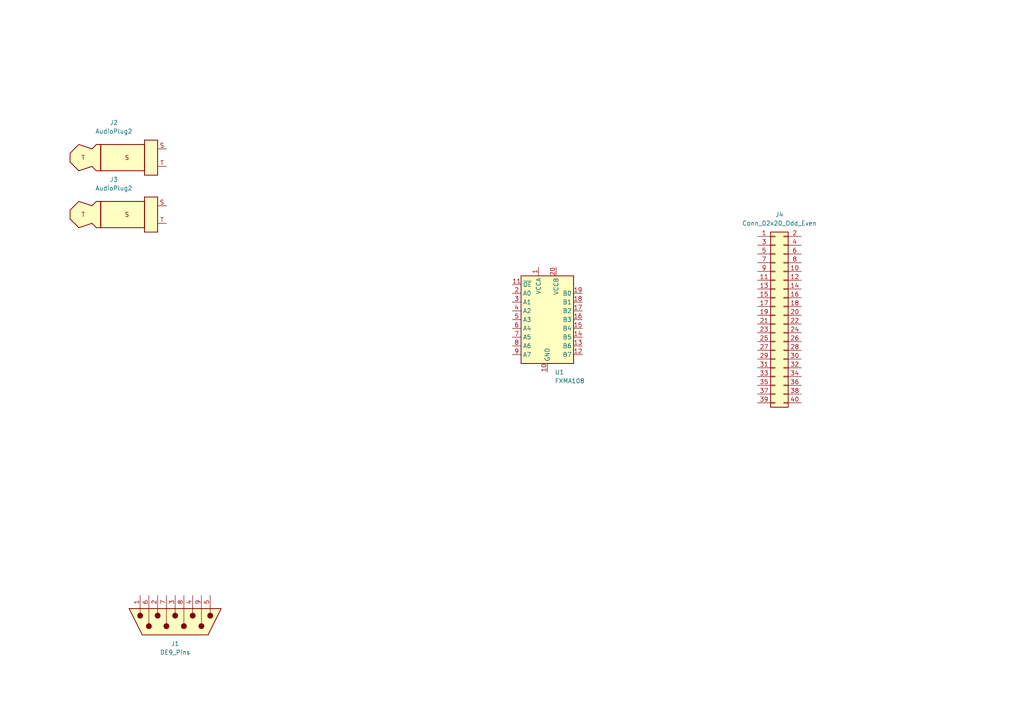
<source format=kicad_sch>
(kicad_sch
	(version 20250114)
	(generator "eeschema")
	(generator_version "9.0")
	(uuid "40ecae4a-9f74-4a46-908b-7b696c7e44ac")
	(paper "A4")
	(lib_symbols
		(symbol "Connector:DE9_Pins"
			(pin_names
				(offset 1.016)
				(hide yes)
			)
			(exclude_from_sim no)
			(in_bom yes)
			(on_board yes)
			(property "Reference" "J"
				(at 0 13.97 0)
				(effects
					(font
						(size 1.27 1.27)
					)
				)
			)
			(property "Value" "DE9_Pins"
				(at 0 -14.605 0)
				(effects
					(font
						(size 1.27 1.27)
					)
				)
			)
			(property "Footprint" ""
				(at 0 0 0)
				(effects
					(font
						(size 1.27 1.27)
					)
					(hide yes)
				)
			)
			(property "Datasheet" "~"
				(at 0 0 0)
				(effects
					(font
						(size 1.27 1.27)
					)
					(hide yes)
				)
			)
			(property "Description" "9-pin D-SUB connector, pins (male)"
				(at 0 0 0)
				(effects
					(font
						(size 1.27 1.27)
					)
					(hide yes)
				)
			)
			(property "ki_keywords" "DSUB DB9"
				(at 0 0 0)
				(effects
					(font
						(size 1.27 1.27)
					)
					(hide yes)
				)
			)
			(property "ki_fp_filters" "DSUB*Pins*"
				(at 0 0 0)
				(effects
					(font
						(size 1.27 1.27)
					)
					(hide yes)
				)
			)
			(symbol "DE9_Pins_0_1"
				(polyline
					(pts
						(xy -3.81 10.16) (xy -2.54 10.16)
					)
					(stroke
						(width 0)
						(type default)
					)
					(fill
						(type none)
					)
				)
				(polyline
					(pts
						(xy -3.81 7.62) (xy 0.508 7.62)
					)
					(stroke
						(width 0)
						(type default)
					)
					(fill
						(type none)
					)
				)
				(polyline
					(pts
						(xy -3.81 5.08) (xy -2.54 5.08)
					)
					(stroke
						(width 0)
						(type default)
					)
					(fill
						(type none)
					)
				)
				(polyline
					(pts
						(xy -3.81 2.54) (xy 0.508 2.54)
					)
					(stroke
						(width 0)
						(type default)
					)
					(fill
						(type none)
					)
				)
				(polyline
					(pts
						(xy -3.81 0) (xy -2.54 0)
					)
					(stroke
						(width 0)
						(type default)
					)
					(fill
						(type none)
					)
				)
				(polyline
					(pts
						(xy -3.81 -2.54) (xy 0.508 -2.54)
					)
					(stroke
						(width 0)
						(type default)
					)
					(fill
						(type none)
					)
				)
				(polyline
					(pts
						(xy -3.81 -5.08) (xy -2.54 -5.08)
					)
					(stroke
						(width 0)
						(type default)
					)
					(fill
						(type none)
					)
				)
				(polyline
					(pts
						(xy -3.81 -7.62) (xy 0.508 -7.62)
					)
					(stroke
						(width 0)
						(type default)
					)
					(fill
						(type none)
					)
				)
				(polyline
					(pts
						(xy -3.81 -10.16) (xy -2.54 -10.16)
					)
					(stroke
						(width 0)
						(type default)
					)
					(fill
						(type none)
					)
				)
				(polyline
					(pts
						(xy -3.81 -13.335) (xy -3.81 13.335) (xy 3.81 9.525) (xy 3.81 -9.525) (xy -3.81 -13.335)
					)
					(stroke
						(width 0.254)
						(type default)
					)
					(fill
						(type background)
					)
				)
				(circle
					(center -1.778 10.16)
					(radius 0.762)
					(stroke
						(width 0)
						(type default)
					)
					(fill
						(type outline)
					)
				)
				(circle
					(center -1.778 5.08)
					(radius 0.762)
					(stroke
						(width 0)
						(type default)
					)
					(fill
						(type outline)
					)
				)
				(circle
					(center -1.778 0)
					(radius 0.762)
					(stroke
						(width 0)
						(type default)
					)
					(fill
						(type outline)
					)
				)
				(circle
					(center -1.778 -5.08)
					(radius 0.762)
					(stroke
						(width 0)
						(type default)
					)
					(fill
						(type outline)
					)
				)
				(circle
					(center -1.778 -10.16)
					(radius 0.762)
					(stroke
						(width 0)
						(type default)
					)
					(fill
						(type outline)
					)
				)
				(circle
					(center 1.27 7.62)
					(radius 0.762)
					(stroke
						(width 0)
						(type default)
					)
					(fill
						(type outline)
					)
				)
				(circle
					(center 1.27 2.54)
					(radius 0.762)
					(stroke
						(width 0)
						(type default)
					)
					(fill
						(type outline)
					)
				)
				(circle
					(center 1.27 -2.54)
					(radius 0.762)
					(stroke
						(width 0)
						(type default)
					)
					(fill
						(type outline)
					)
				)
				(circle
					(center 1.27 -7.62)
					(radius 0.762)
					(stroke
						(width 0)
						(type default)
					)
					(fill
						(type outline)
					)
				)
			)
			(symbol "DE9_Pins_1_1"
				(pin passive line
					(at -7.62 10.16 0)
					(length 3.81)
					(name "5"
						(effects
							(font
								(size 1.27 1.27)
							)
						)
					)
					(number "5"
						(effects
							(font
								(size 1.27 1.27)
							)
						)
					)
				)
				(pin passive line
					(at -7.62 7.62 0)
					(length 3.81)
					(name "9"
						(effects
							(font
								(size 1.27 1.27)
							)
						)
					)
					(number "9"
						(effects
							(font
								(size 1.27 1.27)
							)
						)
					)
				)
				(pin passive line
					(at -7.62 5.08 0)
					(length 3.81)
					(name "4"
						(effects
							(font
								(size 1.27 1.27)
							)
						)
					)
					(number "4"
						(effects
							(font
								(size 1.27 1.27)
							)
						)
					)
				)
				(pin passive line
					(at -7.62 2.54 0)
					(length 3.81)
					(name "8"
						(effects
							(font
								(size 1.27 1.27)
							)
						)
					)
					(number "8"
						(effects
							(font
								(size 1.27 1.27)
							)
						)
					)
				)
				(pin passive line
					(at -7.62 0 0)
					(length 3.81)
					(name "3"
						(effects
							(font
								(size 1.27 1.27)
							)
						)
					)
					(number "3"
						(effects
							(font
								(size 1.27 1.27)
							)
						)
					)
				)
				(pin passive line
					(at -7.62 -2.54 0)
					(length 3.81)
					(name "7"
						(effects
							(font
								(size 1.27 1.27)
							)
						)
					)
					(number "7"
						(effects
							(font
								(size 1.27 1.27)
							)
						)
					)
				)
				(pin passive line
					(at -7.62 -5.08 0)
					(length 3.81)
					(name "2"
						(effects
							(font
								(size 1.27 1.27)
							)
						)
					)
					(number "2"
						(effects
							(font
								(size 1.27 1.27)
							)
						)
					)
				)
				(pin passive line
					(at -7.62 -7.62 0)
					(length 3.81)
					(name "6"
						(effects
							(font
								(size 1.27 1.27)
							)
						)
					)
					(number "6"
						(effects
							(font
								(size 1.27 1.27)
							)
						)
					)
				)
				(pin passive line
					(at -7.62 -10.16 0)
					(length 3.81)
					(name "1"
						(effects
							(font
								(size 1.27 1.27)
							)
						)
					)
					(number "1"
						(effects
							(font
								(size 1.27 1.27)
							)
						)
					)
				)
			)
			(embedded_fonts no)
		)
		(symbol "Connector_Audio:AudioPlug2"
			(exclude_from_sim no)
			(in_bom yes)
			(on_board yes)
			(property "Reference" "J"
				(at 10.16 6.35 0)
				(effects
					(font
						(size 1.27 1.27)
					)
				)
			)
			(property "Value" "AudioPlug2"
				(at 10.16 -6.35 0)
				(effects
					(font
						(size 1.27 1.27)
					)
				)
			)
			(property "Footprint" ""
				(at 8.89 -1.27 0)
				(effects
					(font
						(size 1.27 1.27)
					)
					(hide yes)
				)
			)
			(property "Datasheet" "~"
				(at 8.89 -1.27 0)
				(effects
					(font
						(size 1.27 1.27)
					)
					(hide yes)
				)
			)
			(property "Description" "Audio Jack, 2 Poles (Mono / TS)"
				(at 0 0 0)
				(effects
					(font
						(size 1.27 1.27)
					)
					(hide yes)
				)
			)
			(property "ki_keywords" "audio jack plug stereo headphones TRRS connector 2.5mm 3.5mm 6.35mm"
				(at 0 0 0)
				(effects
					(font
						(size 1.27 1.27)
					)
					(hide yes)
				)
			)
			(property "ki_fp_filters" "Plug*"
				(at 0 0 0)
				(effects
					(font
						(size 1.27 1.27)
					)
					(hide yes)
				)
			)
			(symbol "AudioPlug2_0_0"
				(text "T"
					(at -8.89 0 0)
					(effects
						(font
							(size 1.27 1.27)
						)
					)
				)
				(text "S"
					(at 3.81 0 0)
					(effects
						(font
							(size 1.27 1.27)
						)
					)
				)
			)
			(symbol "AudioPlug2_0_1"
				(rectangle
					(start -3.81 3.81)
					(end 8.89 -3.81)
					(stroke
						(width 0.254)
						(type default)
					)
					(fill
						(type background)
					)
				)
				(polyline
					(pts
						(xy -3.81 3.81) (xy -5.08 3.81) (xy -6.35 2.54) (xy -10.16 3.81) (xy -12.7 1.27) (xy -12.7 -1.27)
						(xy -10.16 -3.81) (xy -6.35 -2.54) (xy -5.08 -3.81) (xy -3.81 -3.81) (xy -3.81 3.81)
					)
					(stroke
						(width 0.254)
						(type default)
					)
					(fill
						(type background)
					)
				)
				(rectangle
					(start 12.7 5.08)
					(end 8.89 -5.08)
					(stroke
						(width 0.254)
						(type default)
					)
					(fill
						(type background)
					)
				)
			)
			(symbol "AudioPlug2_1_1"
				(pin passive line
					(at 15.24 2.54 180)
					(length 2.54)
					(name "~"
						(effects
							(font
								(size 1.27 1.27)
							)
						)
					)
					(number "S"
						(effects
							(font
								(size 1.27 1.27)
							)
						)
					)
				)
				(pin passive line
					(at 15.24 -2.54 180)
					(length 2.54)
					(name "~"
						(effects
							(font
								(size 1.27 1.27)
							)
						)
					)
					(number "T"
						(effects
							(font
								(size 1.27 1.27)
							)
						)
					)
				)
			)
			(embedded_fonts no)
		)
		(symbol "Connector_Generic:Conn_02x20_Odd_Even"
			(pin_names
				(offset 1.016)
				(hide yes)
			)
			(exclude_from_sim no)
			(in_bom yes)
			(on_board yes)
			(property "Reference" "J"
				(at 1.27 25.4 0)
				(effects
					(font
						(size 1.27 1.27)
					)
				)
			)
			(property "Value" "Conn_02x20_Odd_Even"
				(at 1.27 -27.94 0)
				(effects
					(font
						(size 1.27 1.27)
					)
				)
			)
			(property "Footprint" ""
				(at 0 0 0)
				(effects
					(font
						(size 1.27 1.27)
					)
					(hide yes)
				)
			)
			(property "Datasheet" "~"
				(at 0 0 0)
				(effects
					(font
						(size 1.27 1.27)
					)
					(hide yes)
				)
			)
			(property "Description" "Generic connector, double row, 02x20, odd/even pin numbering scheme (row 1 odd numbers, row 2 even numbers), script generated (kicad-library-utils/schlib/autogen/connector/)"
				(at 0 0 0)
				(effects
					(font
						(size 1.27 1.27)
					)
					(hide yes)
				)
			)
			(property "ki_keywords" "connector"
				(at 0 0 0)
				(effects
					(font
						(size 1.27 1.27)
					)
					(hide yes)
				)
			)
			(property "ki_fp_filters" "Connector*:*_2x??_*"
				(at 0 0 0)
				(effects
					(font
						(size 1.27 1.27)
					)
					(hide yes)
				)
			)
			(symbol "Conn_02x20_Odd_Even_1_1"
				(rectangle
					(start -1.27 24.13)
					(end 3.81 -26.67)
					(stroke
						(width 0.254)
						(type default)
					)
					(fill
						(type background)
					)
				)
				(rectangle
					(start -1.27 22.987)
					(end 0 22.733)
					(stroke
						(width 0.1524)
						(type default)
					)
					(fill
						(type none)
					)
				)
				(rectangle
					(start -1.27 20.447)
					(end 0 20.193)
					(stroke
						(width 0.1524)
						(type default)
					)
					(fill
						(type none)
					)
				)
				(rectangle
					(start -1.27 17.907)
					(end 0 17.653)
					(stroke
						(width 0.1524)
						(type default)
					)
					(fill
						(type none)
					)
				)
				(rectangle
					(start -1.27 15.367)
					(end 0 15.113)
					(stroke
						(width 0.1524)
						(type default)
					)
					(fill
						(type none)
					)
				)
				(rectangle
					(start -1.27 12.827)
					(end 0 12.573)
					(stroke
						(width 0.1524)
						(type default)
					)
					(fill
						(type none)
					)
				)
				(rectangle
					(start -1.27 10.287)
					(end 0 10.033)
					(stroke
						(width 0.1524)
						(type default)
					)
					(fill
						(type none)
					)
				)
				(rectangle
					(start -1.27 7.747)
					(end 0 7.493)
					(stroke
						(width 0.1524)
						(type default)
					)
					(fill
						(type none)
					)
				)
				(rectangle
					(start -1.27 5.207)
					(end 0 4.953)
					(stroke
						(width 0.1524)
						(type default)
					)
					(fill
						(type none)
					)
				)
				(rectangle
					(start -1.27 2.667)
					(end 0 2.413)
					(stroke
						(width 0.1524)
						(type default)
					)
					(fill
						(type none)
					)
				)
				(rectangle
					(start -1.27 0.127)
					(end 0 -0.127)
					(stroke
						(width 0.1524)
						(type default)
					)
					(fill
						(type none)
					)
				)
				(rectangle
					(start -1.27 -2.413)
					(end 0 -2.667)
					(stroke
						(width 0.1524)
						(type default)
					)
					(fill
						(type none)
					)
				)
				(rectangle
					(start -1.27 -4.953)
					(end 0 -5.207)
					(stroke
						(width 0.1524)
						(type default)
					)
					(fill
						(type none)
					)
				)
				(rectangle
					(start -1.27 -7.493)
					(end 0 -7.747)
					(stroke
						(width 0.1524)
						(type default)
					)
					(fill
						(type none)
					)
				)
				(rectangle
					(start -1.27 -10.033)
					(end 0 -10.287)
					(stroke
						(width 0.1524)
						(type default)
					)
					(fill
						(type none)
					)
				)
				(rectangle
					(start -1.27 -12.573)
					(end 0 -12.827)
					(stroke
						(width 0.1524)
						(type default)
					)
					(fill
						(type none)
					)
				)
				(rectangle
					(start -1.27 -15.113)
					(end 0 -15.367)
					(stroke
						(width 0.1524)
						(type default)
					)
					(fill
						(type none)
					)
				)
				(rectangle
					(start -1.27 -17.653)
					(end 0 -17.907)
					(stroke
						(width 0.1524)
						(type default)
					)
					(fill
						(type none)
					)
				)
				(rectangle
					(start -1.27 -20.193)
					(end 0 -20.447)
					(stroke
						(width 0.1524)
						(type default)
					)
					(fill
						(type none)
					)
				)
				(rectangle
					(start -1.27 -22.733)
					(end 0 -22.987)
					(stroke
						(width 0.1524)
						(type default)
					)
					(fill
						(type none)
					)
				)
				(rectangle
					(start -1.27 -25.273)
					(end 0 -25.527)
					(stroke
						(width 0.1524)
						(type default)
					)
					(fill
						(type none)
					)
				)
				(rectangle
					(start 3.81 22.987)
					(end 2.54 22.733)
					(stroke
						(width 0.1524)
						(type default)
					)
					(fill
						(type none)
					)
				)
				(rectangle
					(start 3.81 20.447)
					(end 2.54 20.193)
					(stroke
						(width 0.1524)
						(type default)
					)
					(fill
						(type none)
					)
				)
				(rectangle
					(start 3.81 17.907)
					(end 2.54 17.653)
					(stroke
						(width 0.1524)
						(type default)
					)
					(fill
						(type none)
					)
				)
				(rectangle
					(start 3.81 15.367)
					(end 2.54 15.113)
					(stroke
						(width 0.1524)
						(type default)
					)
					(fill
						(type none)
					)
				)
				(rectangle
					(start 3.81 12.827)
					(end 2.54 12.573)
					(stroke
						(width 0.1524)
						(type default)
					)
					(fill
						(type none)
					)
				)
				(rectangle
					(start 3.81 10.287)
					(end 2.54 10.033)
					(stroke
						(width 0.1524)
						(type default)
					)
					(fill
						(type none)
					)
				)
				(rectangle
					(start 3.81 7.747)
					(end 2.54 7.493)
					(stroke
						(width 0.1524)
						(type default)
					)
					(fill
						(type none)
					)
				)
				(rectangle
					(start 3.81 5.207)
					(end 2.54 4.953)
					(stroke
						(width 0.1524)
						(type default)
					)
					(fill
						(type none)
					)
				)
				(rectangle
					(start 3.81 2.667)
					(end 2.54 2.413)
					(stroke
						(width 0.1524)
						(type default)
					)
					(fill
						(type none)
					)
				)
				(rectangle
					(start 3.81 0.127)
					(end 2.54 -0.127)
					(stroke
						(width 0.1524)
						(type default)
					)
					(fill
						(type none)
					)
				)
				(rectangle
					(start 3.81 -2.413)
					(end 2.54 -2.667)
					(stroke
						(width 0.1524)
						(type default)
					)
					(fill
						(type none)
					)
				)
				(rectangle
					(start 3.81 -4.953)
					(end 2.54 -5.207)
					(stroke
						(width 0.1524)
						(type default)
					)
					(fill
						(type none)
					)
				)
				(rectangle
					(start 3.81 -7.493)
					(end 2.54 -7.747)
					(stroke
						(width 0.1524)
						(type default)
					)
					(fill
						(type none)
					)
				)
				(rectangle
					(start 3.81 -10.033)
					(end 2.54 -10.287)
					(stroke
						(width 0.1524)
						(type default)
					)
					(fill
						(type none)
					)
				)
				(rectangle
					(start 3.81 -12.573)
					(end 2.54 -12.827)
					(stroke
						(width 0.1524)
						(type default)
					)
					(fill
						(type none)
					)
				)
				(rectangle
					(start 3.81 -15.113)
					(end 2.54 -15.367)
					(stroke
						(width 0.1524)
						(type default)
					)
					(fill
						(type none)
					)
				)
				(rectangle
					(start 3.81 -17.653)
					(end 2.54 -17.907)
					(stroke
						(width 0.1524)
						(type default)
					)
					(fill
						(type none)
					)
				)
				(rectangle
					(start 3.81 -20.193)
					(end 2.54 -20.447)
					(stroke
						(width 0.1524)
						(type default)
					)
					(fill
						(type none)
					)
				)
				(rectangle
					(start 3.81 -22.733)
					(end 2.54 -22.987)
					(stroke
						(width 0.1524)
						(type default)
					)
					(fill
						(type none)
					)
				)
				(rectangle
					(start 3.81 -25.273)
					(end 2.54 -25.527)
					(stroke
						(width 0.1524)
						(type default)
					)
					(fill
						(type none)
					)
				)
				(pin passive line
					(at -5.08 22.86 0)
					(length 3.81)
					(name "Pin_1"
						(effects
							(font
								(size 1.27 1.27)
							)
						)
					)
					(number "1"
						(effects
							(font
								(size 1.27 1.27)
							)
						)
					)
				)
				(pin passive line
					(at -5.08 20.32 0)
					(length 3.81)
					(name "Pin_3"
						(effects
							(font
								(size 1.27 1.27)
							)
						)
					)
					(number "3"
						(effects
							(font
								(size 1.27 1.27)
							)
						)
					)
				)
				(pin passive line
					(at -5.08 17.78 0)
					(length 3.81)
					(name "Pin_5"
						(effects
							(font
								(size 1.27 1.27)
							)
						)
					)
					(number "5"
						(effects
							(font
								(size 1.27 1.27)
							)
						)
					)
				)
				(pin passive line
					(at -5.08 15.24 0)
					(length 3.81)
					(name "Pin_7"
						(effects
							(font
								(size 1.27 1.27)
							)
						)
					)
					(number "7"
						(effects
							(font
								(size 1.27 1.27)
							)
						)
					)
				)
				(pin passive line
					(at -5.08 12.7 0)
					(length 3.81)
					(name "Pin_9"
						(effects
							(font
								(size 1.27 1.27)
							)
						)
					)
					(number "9"
						(effects
							(font
								(size 1.27 1.27)
							)
						)
					)
				)
				(pin passive line
					(at -5.08 10.16 0)
					(length 3.81)
					(name "Pin_11"
						(effects
							(font
								(size 1.27 1.27)
							)
						)
					)
					(number "11"
						(effects
							(font
								(size 1.27 1.27)
							)
						)
					)
				)
				(pin passive line
					(at -5.08 7.62 0)
					(length 3.81)
					(name "Pin_13"
						(effects
							(font
								(size 1.27 1.27)
							)
						)
					)
					(number "13"
						(effects
							(font
								(size 1.27 1.27)
							)
						)
					)
				)
				(pin passive line
					(at -5.08 5.08 0)
					(length 3.81)
					(name "Pin_15"
						(effects
							(font
								(size 1.27 1.27)
							)
						)
					)
					(number "15"
						(effects
							(font
								(size 1.27 1.27)
							)
						)
					)
				)
				(pin passive line
					(at -5.08 2.54 0)
					(length 3.81)
					(name "Pin_17"
						(effects
							(font
								(size 1.27 1.27)
							)
						)
					)
					(number "17"
						(effects
							(font
								(size 1.27 1.27)
							)
						)
					)
				)
				(pin passive line
					(at -5.08 0 0)
					(length 3.81)
					(name "Pin_19"
						(effects
							(font
								(size 1.27 1.27)
							)
						)
					)
					(number "19"
						(effects
							(font
								(size 1.27 1.27)
							)
						)
					)
				)
				(pin passive line
					(at -5.08 -2.54 0)
					(length 3.81)
					(name "Pin_21"
						(effects
							(font
								(size 1.27 1.27)
							)
						)
					)
					(number "21"
						(effects
							(font
								(size 1.27 1.27)
							)
						)
					)
				)
				(pin passive line
					(at -5.08 -5.08 0)
					(length 3.81)
					(name "Pin_23"
						(effects
							(font
								(size 1.27 1.27)
							)
						)
					)
					(number "23"
						(effects
							(font
								(size 1.27 1.27)
							)
						)
					)
				)
				(pin passive line
					(at -5.08 -7.62 0)
					(length 3.81)
					(name "Pin_25"
						(effects
							(font
								(size 1.27 1.27)
							)
						)
					)
					(number "25"
						(effects
							(font
								(size 1.27 1.27)
							)
						)
					)
				)
				(pin passive line
					(at -5.08 -10.16 0)
					(length 3.81)
					(name "Pin_27"
						(effects
							(font
								(size 1.27 1.27)
							)
						)
					)
					(number "27"
						(effects
							(font
								(size 1.27 1.27)
							)
						)
					)
				)
				(pin passive line
					(at -5.08 -12.7 0)
					(length 3.81)
					(name "Pin_29"
						(effects
							(font
								(size 1.27 1.27)
							)
						)
					)
					(number "29"
						(effects
							(font
								(size 1.27 1.27)
							)
						)
					)
				)
				(pin passive line
					(at -5.08 -15.24 0)
					(length 3.81)
					(name "Pin_31"
						(effects
							(font
								(size 1.27 1.27)
							)
						)
					)
					(number "31"
						(effects
							(font
								(size 1.27 1.27)
							)
						)
					)
				)
				(pin passive line
					(at -5.08 -17.78 0)
					(length 3.81)
					(name "Pin_33"
						(effects
							(font
								(size 1.27 1.27)
							)
						)
					)
					(number "33"
						(effects
							(font
								(size 1.27 1.27)
							)
						)
					)
				)
				(pin passive line
					(at -5.08 -20.32 0)
					(length 3.81)
					(name "Pin_35"
						(effects
							(font
								(size 1.27 1.27)
							)
						)
					)
					(number "35"
						(effects
							(font
								(size 1.27 1.27)
							)
						)
					)
				)
				(pin passive line
					(at -5.08 -22.86 0)
					(length 3.81)
					(name "Pin_37"
						(effects
							(font
								(size 1.27 1.27)
							)
						)
					)
					(number "37"
						(effects
							(font
								(size 1.27 1.27)
							)
						)
					)
				)
				(pin passive line
					(at -5.08 -25.4 0)
					(length 3.81)
					(name "Pin_39"
						(effects
							(font
								(size 1.27 1.27)
							)
						)
					)
					(number "39"
						(effects
							(font
								(size 1.27 1.27)
							)
						)
					)
				)
				(pin passive line
					(at 7.62 22.86 180)
					(length 3.81)
					(name "Pin_2"
						(effects
							(font
								(size 1.27 1.27)
							)
						)
					)
					(number "2"
						(effects
							(font
								(size 1.27 1.27)
							)
						)
					)
				)
				(pin passive line
					(at 7.62 20.32 180)
					(length 3.81)
					(name "Pin_4"
						(effects
							(font
								(size 1.27 1.27)
							)
						)
					)
					(number "4"
						(effects
							(font
								(size 1.27 1.27)
							)
						)
					)
				)
				(pin passive line
					(at 7.62 17.78 180)
					(length 3.81)
					(name "Pin_6"
						(effects
							(font
								(size 1.27 1.27)
							)
						)
					)
					(number "6"
						(effects
							(font
								(size 1.27 1.27)
							)
						)
					)
				)
				(pin passive line
					(at 7.62 15.24 180)
					(length 3.81)
					(name "Pin_8"
						(effects
							(font
								(size 1.27 1.27)
							)
						)
					)
					(number "8"
						(effects
							(font
								(size 1.27 1.27)
							)
						)
					)
				)
				(pin passive line
					(at 7.62 12.7 180)
					(length 3.81)
					(name "Pin_10"
						(effects
							(font
								(size 1.27 1.27)
							)
						)
					)
					(number "10"
						(effects
							(font
								(size 1.27 1.27)
							)
						)
					)
				)
				(pin passive line
					(at 7.62 10.16 180)
					(length 3.81)
					(name "Pin_12"
						(effects
							(font
								(size 1.27 1.27)
							)
						)
					)
					(number "12"
						(effects
							(font
								(size 1.27 1.27)
							)
						)
					)
				)
				(pin passive line
					(at 7.62 7.62 180)
					(length 3.81)
					(name "Pin_14"
						(effects
							(font
								(size 1.27 1.27)
							)
						)
					)
					(number "14"
						(effects
							(font
								(size 1.27 1.27)
							)
						)
					)
				)
				(pin passive line
					(at 7.62 5.08 180)
					(length 3.81)
					(name "Pin_16"
						(effects
							(font
								(size 1.27 1.27)
							)
						)
					)
					(number "16"
						(effects
							(font
								(size 1.27 1.27)
							)
						)
					)
				)
				(pin passive line
					(at 7.62 2.54 180)
					(length 3.81)
					(name "Pin_18"
						(effects
							(font
								(size 1.27 1.27)
							)
						)
					)
					(number "18"
						(effects
							(font
								(size 1.27 1.27)
							)
						)
					)
				)
				(pin passive line
					(at 7.62 0 180)
					(length 3.81)
					(name "Pin_20"
						(effects
							(font
								(size 1.27 1.27)
							)
						)
					)
					(number "20"
						(effects
							(font
								(size 1.27 1.27)
							)
						)
					)
				)
				(pin passive line
					(at 7.62 -2.54 180)
					(length 3.81)
					(name "Pin_22"
						(effects
							(font
								(size 1.27 1.27)
							)
						)
					)
					(number "22"
						(effects
							(font
								(size 1.27 1.27)
							)
						)
					)
				)
				(pin passive line
					(at 7.62 -5.08 180)
					(length 3.81)
					(name "Pin_24"
						(effects
							(font
								(size 1.27 1.27)
							)
						)
					)
					(number "24"
						(effects
							(font
								(size 1.27 1.27)
							)
						)
					)
				)
				(pin passive line
					(at 7.62 -7.62 180)
					(length 3.81)
					(name "Pin_26"
						(effects
							(font
								(size 1.27 1.27)
							)
						)
					)
					(number "26"
						(effects
							(font
								(size 1.27 1.27)
							)
						)
					)
				)
				(pin passive line
					(at 7.62 -10.16 180)
					(length 3.81)
					(name "Pin_28"
						(effects
							(font
								(size 1.27 1.27)
							)
						)
					)
					(number "28"
						(effects
							(font
								(size 1.27 1.27)
							)
						)
					)
				)
				(pin passive line
					(at 7.62 -12.7 180)
					(length 3.81)
					(name "Pin_30"
						(effects
							(font
								(size 1.27 1.27)
							)
						)
					)
					(number "30"
						(effects
							(font
								(size 1.27 1.27)
							)
						)
					)
				)
				(pin passive line
					(at 7.62 -15.24 180)
					(length 3.81)
					(name "Pin_32"
						(effects
							(font
								(size 1.27 1.27)
							)
						)
					)
					(number "32"
						(effects
							(font
								(size 1.27 1.27)
							)
						)
					)
				)
				(pin passive line
					(at 7.62 -17.78 180)
					(length 3.81)
					(name "Pin_34"
						(effects
							(font
								(size 1.27 1.27)
							)
						)
					)
					(number "34"
						(effects
							(font
								(size 1.27 1.27)
							)
						)
					)
				)
				(pin passive line
					(at 7.62 -20.32 180)
					(length 3.81)
					(name "Pin_36"
						(effects
							(font
								(size 1.27 1.27)
							)
						)
					)
					(number "36"
						(effects
							(font
								(size 1.27 1.27)
							)
						)
					)
				)
				(pin passive line
					(at 7.62 -22.86 180)
					(length 3.81)
					(name "Pin_38"
						(effects
							(font
								(size 1.27 1.27)
							)
						)
					)
					(number "38"
						(effects
							(font
								(size 1.27 1.27)
							)
						)
					)
				)
				(pin passive line
					(at 7.62 -25.4 180)
					(length 3.81)
					(name "Pin_40"
						(effects
							(font
								(size 1.27 1.27)
							)
						)
					)
					(number "40"
						(effects
							(font
								(size 1.27 1.27)
							)
						)
					)
				)
			)
			(embedded_fonts no)
		)
		(symbol "Logic_LevelTranslator:FXMA108"
			(exclude_from_sim no)
			(in_bom yes)
			(on_board yes)
			(property "Reference" "U"
				(at -6.35 13.97 0)
				(effects
					(font
						(size 1.27 1.27)
					)
				)
			)
			(property "Value" "FXMA108"
				(at 7.62 13.97 0)
				(effects
					(font
						(size 1.27 1.27)
					)
				)
			)
			(property "Footprint" "Package_DFN_QFN:WQFN-20-1EP_2.5x4.5mm_P0.5mm_EP1x2.9mm"
				(at 0 -17.78 0)
				(effects
					(font
						(size 1.27 1.27)
					)
					(hide yes)
				)
			)
			(property "Datasheet" "http://www.onsemi.com/pub/Collateral/FXMA108-D.pdf"
				(at 0 1.27 0)
				(effects
					(font
						(size 1.27 1.27)
					)
					(hide yes)
				)
			)
			(property "Description" "Dual-Supply, 8-Bit Signal Translator with Configurable Voltage Supplies and Signals Levels, 3-State Outputs and Auto Direction Sensing, WQFN-20"
				(at 0 0 0)
				(effects
					(font
						(size 1.27 1.27)
					)
					(hide yes)
				)
			)
			(property "ki_keywords" "Level shifter translator bidirectional"
				(at 0 0 0)
				(effects
					(font
						(size 1.27 1.27)
					)
					(hide yes)
				)
			)
			(property "ki_fp_filters" "WQFN*1EP*2.5x4.5mm*P0.5mm*"
				(at 0 0 0)
				(effects
					(font
						(size 1.27 1.27)
					)
					(hide yes)
				)
			)
			(symbol "FXMA108_1_1"
				(rectangle
					(start -7.62 12.7)
					(end 7.62 -12.7)
					(stroke
						(width 0.254)
						(type default)
					)
					(fill
						(type background)
					)
				)
				(pin input line
					(at -10.16 10.16 0)
					(length 2.54)
					(name "~{OE}"
						(effects
							(font
								(size 1.27 1.27)
							)
						)
					)
					(number "11"
						(effects
							(font
								(size 1.27 1.27)
							)
						)
					)
				)
				(pin bidirectional line
					(at -10.16 7.62 0)
					(length 2.54)
					(name "A0"
						(effects
							(font
								(size 1.27 1.27)
							)
						)
					)
					(number "2"
						(effects
							(font
								(size 1.27 1.27)
							)
						)
					)
				)
				(pin bidirectional line
					(at -10.16 5.08 0)
					(length 2.54)
					(name "A1"
						(effects
							(font
								(size 1.27 1.27)
							)
						)
					)
					(number "3"
						(effects
							(font
								(size 1.27 1.27)
							)
						)
					)
				)
				(pin bidirectional line
					(at -10.16 2.54 0)
					(length 2.54)
					(name "A2"
						(effects
							(font
								(size 1.27 1.27)
							)
						)
					)
					(number "4"
						(effects
							(font
								(size 1.27 1.27)
							)
						)
					)
				)
				(pin bidirectional line
					(at -10.16 0 0)
					(length 2.54)
					(name "A3"
						(effects
							(font
								(size 1.27 1.27)
							)
						)
					)
					(number "5"
						(effects
							(font
								(size 1.27 1.27)
							)
						)
					)
				)
				(pin bidirectional line
					(at -10.16 -2.54 0)
					(length 2.54)
					(name "A4"
						(effects
							(font
								(size 1.27 1.27)
							)
						)
					)
					(number "6"
						(effects
							(font
								(size 1.27 1.27)
							)
						)
					)
				)
				(pin bidirectional line
					(at -10.16 -5.08 0)
					(length 2.54)
					(name "A5"
						(effects
							(font
								(size 1.27 1.27)
							)
						)
					)
					(number "7"
						(effects
							(font
								(size 1.27 1.27)
							)
						)
					)
				)
				(pin bidirectional line
					(at -10.16 -7.62 0)
					(length 2.54)
					(name "A6"
						(effects
							(font
								(size 1.27 1.27)
							)
						)
					)
					(number "8"
						(effects
							(font
								(size 1.27 1.27)
							)
						)
					)
				)
				(pin bidirectional line
					(at -10.16 -10.16 0)
					(length 2.54)
					(name "A7"
						(effects
							(font
								(size 1.27 1.27)
							)
						)
					)
					(number "9"
						(effects
							(font
								(size 1.27 1.27)
							)
						)
					)
				)
				(pin power_in line
					(at -2.54 15.24 270)
					(length 2.54)
					(name "VCCA"
						(effects
							(font
								(size 1.27 1.27)
							)
						)
					)
					(number "1"
						(effects
							(font
								(size 1.27 1.27)
							)
						)
					)
				)
				(pin power_in line
					(at 0 -15.24 90)
					(length 2.54)
					(name "GND"
						(effects
							(font
								(size 1.27 1.27)
							)
						)
					)
					(number "10"
						(effects
							(font
								(size 1.27 1.27)
							)
						)
					)
				)
				(pin power_in line
					(at 2.54 15.24 270)
					(length 2.54)
					(name "VCCB"
						(effects
							(font
								(size 1.27 1.27)
							)
						)
					)
					(number "20"
						(effects
							(font
								(size 1.27 1.27)
							)
						)
					)
				)
				(pin no_connect line
					(at 2.54 -12.7 90)
					(length 2.54)
					(hide yes)
					(name "NC"
						(effects
							(font
								(size 1.27 1.27)
							)
						)
					)
					(number "21"
						(effects
							(font
								(size 1.27 1.27)
							)
						)
					)
				)
				(pin bidirectional line
					(at 10.16 7.62 180)
					(length 2.54)
					(name "B0"
						(effects
							(font
								(size 1.27 1.27)
							)
						)
					)
					(number "19"
						(effects
							(font
								(size 1.27 1.27)
							)
						)
					)
				)
				(pin bidirectional line
					(at 10.16 5.08 180)
					(length 2.54)
					(name "B1"
						(effects
							(font
								(size 1.27 1.27)
							)
						)
					)
					(number "18"
						(effects
							(font
								(size 1.27 1.27)
							)
						)
					)
				)
				(pin bidirectional line
					(at 10.16 2.54 180)
					(length 2.54)
					(name "B2"
						(effects
							(font
								(size 1.27 1.27)
							)
						)
					)
					(number "17"
						(effects
							(font
								(size 1.27 1.27)
							)
						)
					)
				)
				(pin bidirectional line
					(at 10.16 0 180)
					(length 2.54)
					(name "B3"
						(effects
							(font
								(size 1.27 1.27)
							)
						)
					)
					(number "16"
						(effects
							(font
								(size 1.27 1.27)
							)
						)
					)
				)
				(pin bidirectional line
					(at 10.16 -2.54 180)
					(length 2.54)
					(name "B4"
						(effects
							(font
								(size 1.27 1.27)
							)
						)
					)
					(number "15"
						(effects
							(font
								(size 1.27 1.27)
							)
						)
					)
				)
				(pin bidirectional line
					(at 10.16 -5.08 180)
					(length 2.54)
					(name "B5"
						(effects
							(font
								(size 1.27 1.27)
							)
						)
					)
					(number "14"
						(effects
							(font
								(size 1.27 1.27)
							)
						)
					)
				)
				(pin bidirectional line
					(at 10.16 -7.62 180)
					(length 2.54)
					(name "B6"
						(effects
							(font
								(size 1.27 1.27)
							)
						)
					)
					(number "13"
						(effects
							(font
								(size 1.27 1.27)
							)
						)
					)
				)
				(pin bidirectional line
					(at 10.16 -10.16 180)
					(length 2.54)
					(name "B7"
						(effects
							(font
								(size 1.27 1.27)
							)
						)
					)
					(number "12"
						(effects
							(font
								(size 1.27 1.27)
							)
						)
					)
				)
			)
			(embedded_fonts no)
		)
	)
	(symbol
		(lib_id "Connector_Generic:Conn_02x20_Odd_Even")
		(at 224.79 91.44 0)
		(unit 1)
		(exclude_from_sim no)
		(in_bom yes)
		(on_board yes)
		(dnp no)
		(fields_autoplaced yes)
		(uuid "48957131-c0be-4d5e-b985-18c050ba60be")
		(property "Reference" "J4"
			(at 226.06 62.23 0)
			(effects
				(font
					(size 1.27 1.27)
				)
			)
		)
		(property "Value" "Conn_02x20_Odd_Even"
			(at 226.06 64.77 0)
			(effects
				(font
					(size 1.27 1.27)
				)
			)
		)
		(property "Footprint" ""
			(at 224.79 91.44 0)
			(effects
				(font
					(size 1.27 1.27)
				)
				(hide yes)
			)
		)
		(property "Datasheet" "~"
			(at 224.79 91.44 0)
			(effects
				(font
					(size 1.27 1.27)
				)
				(hide yes)
			)
		)
		(property "Description" "Generic connector, double row, 02x20, odd/even pin numbering scheme (row 1 odd numbers, row 2 even numbers), script generated (kicad-library-utils/schlib/autogen/connector/)"
			(at 224.79 91.44 0)
			(effects
				(font
					(size 1.27 1.27)
				)
				(hide yes)
			)
		)
		(pin "3"
			(uuid "e8d11ac6-3cf8-467b-9c66-eba4e8735011")
		)
		(pin "5"
			(uuid "3df74d60-0305-449d-82a8-1ada375ecfff")
		)
		(pin "1"
			(uuid "aad48614-3cc4-4365-9181-787f638b24e9")
		)
		(pin "7"
			(uuid "e4ad95f4-d895-4fdb-bc3c-98e0333e1e08")
		)
		(pin "9"
			(uuid "ab204966-68f6-4b16-a9ab-4305c9a6881a")
		)
		(pin "11"
			(uuid "0c86d0f1-8316-4c94-bc4d-db14faa1e717")
		)
		(pin "31"
			(uuid "9ef6e448-aa4c-456c-83ac-96b62433d925")
		)
		(pin "33"
			(uuid "5c49d474-e510-4180-9d3b-e4f4cdb71d7b")
		)
		(pin "35"
			(uuid "8958b0ad-9780-4578-bb12-6bed13f52be8")
		)
		(pin "27"
			(uuid "521fc120-b14e-4824-9799-9ecc98c3ba94")
		)
		(pin "13"
			(uuid "43703871-6352-4510-aea0-b5b1d7cd3e9c")
		)
		(pin "23"
			(uuid "1ccacf8f-84ab-4142-8af2-3426c725697d")
		)
		(pin "15"
			(uuid "a1a1787e-6b9a-498c-9088-111895faf237")
		)
		(pin "21"
			(uuid "9cd7ad91-8ae7-45bb-85e9-fea269595763")
		)
		(pin "29"
			(uuid "35b7a643-4dd9-40e3-a00d-9343161ccb72")
		)
		(pin "17"
			(uuid "fb5e2185-b2ac-47d2-9d25-82414226a596")
		)
		(pin "19"
			(uuid "2c397901-1eba-4392-919c-752c1dbd3154")
		)
		(pin "2"
			(uuid "9f95ac46-1c0c-4cfd-8306-abf4c33f34a9")
		)
		(pin "4"
			(uuid "8a79b766-bb4d-4427-81dc-75960d07dee2")
		)
		(pin "6"
			(uuid "298a7000-6223-4430-98ee-47f5318b1aef")
		)
		(pin "8"
			(uuid "80fce1b9-aa98-49eb-b824-91f47cbe2614")
		)
		(pin "39"
			(uuid "ecd26914-9abe-496d-9f40-6d015d811b99")
		)
		(pin "37"
			(uuid "7c36035b-eded-4e62-ad86-9a7f1fd6d38b")
		)
		(pin "25"
			(uuid "f9d99cd3-4a6d-428b-99f1-5108c34ad699")
		)
		(pin "32"
			(uuid "ccc8f95f-82c9-497e-9810-c5dba6d7fba5")
		)
		(pin "30"
			(uuid "5139cb92-74aa-48c2-8ed5-9e304107236d")
		)
		(pin "14"
			(uuid "6361d436-852e-4603-8c3a-c9be9d13ef22")
		)
		(pin "22"
			(uuid "35e05145-544f-45ab-8950-355bdff6c62d")
		)
		(pin "12"
			(uuid "03a76174-730c-40a7-aeb4-fa6e61e1174f")
		)
		(pin "24"
			(uuid "373adef3-b257-4fbd-b4fe-b0d1bad4bd91")
		)
		(pin "38"
			(uuid "5ae0b9e2-953a-4338-98c7-82d7cd46c8ca")
		)
		(pin "20"
			(uuid "53db3471-c862-44fc-a72c-f175b73bb4d0")
		)
		(pin "16"
			(uuid "d7dbad9f-33d8-4a50-88f0-fd2a63bb1e71")
		)
		(pin "18"
			(uuid "1c498e4e-321a-48a2-a17f-55d1b0a0f09f")
		)
		(pin "10"
			(uuid "3ceb3642-13e6-4288-9d67-004f880906c1")
		)
		(pin "28"
			(uuid "519e7364-bbd6-41b8-a2b4-59bd18fde91c")
		)
		(pin "26"
			(uuid "1f78b67c-bb31-47db-a2e0-6f3c23889390")
		)
		(pin "40"
			(uuid "797cf220-00b1-4e95-8c75-064f9dbd280a")
		)
		(pin "34"
			(uuid "aee5ec65-bae1-4181-9e10-e29131e23e89")
		)
		(pin "36"
			(uuid "97e3e23c-45d9-46f9-a72e-6e0929f93185")
		)
		(instances
			(project ""
				(path "/40ecae4a-9f74-4a46-908b-7b696c7e44ac"
					(reference "J4")
					(unit 1)
				)
			)
		)
	)
	(symbol
		(lib_id "Connector:DE9_Pins")
		(at 50.8 180.34 270)
		(unit 1)
		(exclude_from_sim no)
		(in_bom yes)
		(on_board yes)
		(dnp no)
		(fields_autoplaced yes)
		(uuid "67f4c328-cd90-41ea-a203-8e6f96d3120b")
		(property "Reference" "J1"
			(at 50.8 186.69 90)
			(effects
				(font
					(size 1.27 1.27)
				)
			)
		)
		(property "Value" "DE9_Pins"
			(at 50.8 189.23 90)
			(effects
				(font
					(size 1.27 1.27)
				)
			)
		)
		(property "Footprint" ""
			(at 50.8 180.34 0)
			(effects
				(font
					(size 1.27 1.27)
				)
				(hide yes)
			)
		)
		(property "Datasheet" "~"
			(at 50.8 180.34 0)
			(effects
				(font
					(size 1.27 1.27)
				)
				(hide yes)
			)
		)
		(property "Description" "9-pin D-SUB connector, pins (male)"
			(at 50.8 180.34 0)
			(effects
				(font
					(size 1.27 1.27)
				)
				(hide yes)
			)
		)
		(pin "9"
			(uuid "eaf05bcd-1d98-4a3d-8ee4-df393fe8c96e")
		)
		(pin "3"
			(uuid "2a8fe5db-e87c-4ae7-87ea-52d67059eef2")
		)
		(pin "4"
			(uuid "5f1bf7bd-58d3-418a-b592-2dac4ca535cf")
		)
		(pin "1"
			(uuid "4bd69f64-202a-4e97-9c9c-770901fafe20")
		)
		(pin "2"
			(uuid "79bf4750-f69e-4cb2-843c-d37cc41cccc6")
		)
		(pin "8"
			(uuid "5fec4f7a-9383-4832-b71e-a87af5ff6707")
		)
		(pin "7"
			(uuid "06c670f5-715e-4096-b613-4fa710205f46")
		)
		(pin "5"
			(uuid "26892b0e-cf45-4ac1-9592-5f8b3c8809b2")
		)
		(pin "6"
			(uuid "032493fc-0e7d-4e5c-8381-56a8a9474574")
		)
		(instances
			(project ""
				(path "/40ecae4a-9f74-4a46-908b-7b696c7e44ac"
					(reference "J1")
					(unit 1)
				)
			)
		)
	)
	(symbol
		(lib_id "Connector_Audio:AudioPlug2")
		(at 33.02 45.72 0)
		(unit 1)
		(exclude_from_sim no)
		(in_bom yes)
		(on_board yes)
		(dnp no)
		(fields_autoplaced yes)
		(uuid "940cb6c0-fbd9-4d7d-8b64-39f64a2fe59e")
		(property "Reference" "J2"
			(at 33.02 35.56 0)
			(effects
				(font
					(size 1.27 1.27)
				)
			)
		)
		(property "Value" "AudioPlug2"
			(at 33.02 38.1 0)
			(effects
				(font
					(size 1.27 1.27)
				)
			)
		)
		(property "Footprint" ""
			(at 41.91 46.99 0)
			(effects
				(font
					(size 1.27 1.27)
				)
				(hide yes)
			)
		)
		(property "Datasheet" "~"
			(at 41.91 46.99 0)
			(effects
				(font
					(size 1.27 1.27)
				)
				(hide yes)
			)
		)
		(property "Description" "Audio Jack, 2 Poles (Mono / TS)"
			(at 33.02 45.72 0)
			(effects
				(font
					(size 1.27 1.27)
				)
				(hide yes)
			)
		)
		(pin "S"
			(uuid "17817bd3-1434-4a21-b4d7-347c8ea21a65")
		)
		(pin "T"
			(uuid "6fa64e05-a043-4f08-949e-8f0624b1603c")
		)
		(instances
			(project ""
				(path "/40ecae4a-9f74-4a46-908b-7b696c7e44ac"
					(reference "J2")
					(unit 1)
				)
			)
		)
	)
	(symbol
		(lib_id "Logic_LevelTranslator:FXMA108")
		(at 158.75 92.71 0)
		(unit 1)
		(exclude_from_sim no)
		(in_bom yes)
		(on_board yes)
		(dnp no)
		(fields_autoplaced yes)
		(uuid "aa73118c-296b-4332-92bb-e143ba60bb05")
		(property "Reference" "U1"
			(at 160.8933 107.95 0)
			(effects
				(font
					(size 1.27 1.27)
				)
				(justify left)
			)
		)
		(property "Value" "FXMA108"
			(at 160.8933 110.49 0)
			(effects
				(font
					(size 1.27 1.27)
				)
				(justify left)
			)
		)
		(property "Footprint" "Package_DFN_QFN:WQFN-20-1EP_2.5x4.5mm_P0.5mm_EP1x2.9mm"
			(at 158.75 110.49 0)
			(effects
				(font
					(size 1.27 1.27)
				)
				(hide yes)
			)
		)
		(property "Datasheet" "http://www.onsemi.com/pub/Collateral/FXMA108-D.pdf"
			(at 158.75 91.44 0)
			(effects
				(font
					(size 1.27 1.27)
				)
				(hide yes)
			)
		)
		(property "Description" "Dual-Supply, 8-Bit Signal Translator with Configurable Voltage Supplies and Signals Levels, 3-State Outputs and Auto Direction Sensing, WQFN-20"
			(at 158.75 92.71 0)
			(effects
				(font
					(size 1.27 1.27)
				)
				(hide yes)
			)
		)
		(pin "13"
			(uuid "8de4b938-c5bb-4418-afc6-e8501b8cbe7c")
		)
		(pin "9"
			(uuid "b9b7d4d1-c3b7-4de2-af76-3b7db7cb15da")
		)
		(pin "18"
			(uuid "7956d0f3-ff99-4f34-a5d9-4ca700476063")
		)
		(pin "5"
			(uuid "99dd883e-b2de-493c-b978-9091e4326a60")
		)
		(pin "4"
			(uuid "7ac5b905-da1d-4504-b21b-ff6affe18840")
		)
		(pin "7"
			(uuid "ed14a5b4-473e-4000-b6ed-a52b53aa6326")
		)
		(pin "2"
			(uuid "02730bed-a9ed-4e5c-a078-4be92867fdc5")
		)
		(pin "11"
			(uuid "4afe966b-638d-473a-b57b-2657402a1064")
		)
		(pin "6"
			(uuid "52aa7427-4402-4f63-8772-4adfc3ccc945")
		)
		(pin "1"
			(uuid "b57adb16-aa5d-44f1-879e-2012380766e5")
		)
		(pin "10"
			(uuid "a8e1c962-4d51-4fcf-b4ea-e95447dfe05b")
		)
		(pin "21"
			(uuid "abbb730f-0de7-4e90-b170-a2f6b1fdc45d")
		)
		(pin "17"
			(uuid "658bc984-c165-4d9f-bcbd-4f4a40f9dabe")
		)
		(pin "15"
			(uuid "ee7c8376-6bfe-4a07-a7dd-48105a6512c5")
		)
		(pin "14"
			(uuid "386ed282-1a1d-4f05-b25b-8d6a73db6404")
		)
		(pin "19"
			(uuid "3710fde7-4a8f-4e88-b6f7-3e82fc5216a8")
		)
		(pin "16"
			(uuid "f53d23ec-c46e-4849-aa8b-67357fc58f78")
		)
		(pin "12"
			(uuid "829b379c-9123-4bc9-81ed-c10a1efc6a39")
		)
		(pin "8"
			(uuid "b41b2fe8-1ef6-4d18-beca-ee09dadfae83")
		)
		(pin "3"
			(uuid "1c3c366e-7c38-425d-b45b-363fccf9e36c")
		)
		(pin "20"
			(uuid "05a97bcf-5379-42f4-a1d1-37af5024c8e8")
		)
		(instances
			(project ""
				(path "/40ecae4a-9f74-4a46-908b-7b696c7e44ac"
					(reference "U1")
					(unit 1)
				)
			)
		)
	)
	(symbol
		(lib_id "Connector_Audio:AudioPlug2")
		(at 33.02 62.23 0)
		(unit 1)
		(exclude_from_sim no)
		(in_bom yes)
		(on_board yes)
		(dnp no)
		(fields_autoplaced yes)
		(uuid "b1c14378-871f-4f30-9ced-11d324ec38c6")
		(property "Reference" "J3"
			(at 33.02 52.07 0)
			(effects
				(font
					(size 1.27 1.27)
				)
			)
		)
		(property "Value" "AudioPlug2"
			(at 33.02 54.61 0)
			(effects
				(font
					(size 1.27 1.27)
				)
			)
		)
		(property "Footprint" ""
			(at 41.91 63.5 0)
			(effects
				(font
					(size 1.27 1.27)
				)
				(hide yes)
			)
		)
		(property "Datasheet" "~"
			(at 41.91 63.5 0)
			(effects
				(font
					(size 1.27 1.27)
				)
				(hide yes)
			)
		)
		(property "Description" "Audio Jack, 2 Poles (Mono / TS)"
			(at 33.02 62.23 0)
			(effects
				(font
					(size 1.27 1.27)
				)
				(hide yes)
			)
		)
		(pin "T"
			(uuid "1e909fc4-3517-41db-86c8-4ab3c57deee0")
		)
		(pin "S"
			(uuid "750c9ddd-d5e0-458a-a77e-1b5fe29bb13e")
		)
		(instances
			(project ""
				(path "/40ecae4a-9f74-4a46-908b-7b696c7e44ac"
					(reference "J3")
					(unit 1)
				)
			)
		)
	)
	(sheet_instances
		(path "/"
			(page "1")
		)
	)
	(embedded_fonts no)
)

</source>
